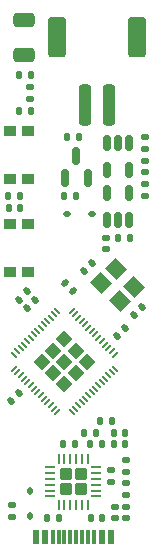
<source format=gbr>
%TF.GenerationSoftware,KiCad,Pcbnew,8.0.6*%
%TF.CreationDate,2024-11-16T14:28:32-06:00*%
%TF.ProjectId,ATesp32,41546573-7033-4322-9e6b-696361645f70,rev?*%
%TF.SameCoordinates,PX47868c0PY608f3d0*%
%TF.FileFunction,Paste,Top*%
%TF.FilePolarity,Positive*%
%FSLAX46Y46*%
G04 Gerber Fmt 4.6, Leading zero omitted, Abs format (unit mm)*
G04 Created by KiCad (PCBNEW 8.0.6) date 2024-11-16 14:28:32*
%MOMM*%
%LPD*%
G01*
G04 APERTURE LIST*
G04 Aperture macros list*
%AMRoundRect*
0 Rectangle with rounded corners*
0 $1 Rounding radius*
0 $2 $3 $4 $5 $6 $7 $8 $9 X,Y pos of 4 corners*
0 Add a 4 corners polygon primitive as box body*
4,1,4,$2,$3,$4,$5,$6,$7,$8,$9,$2,$3,0*
0 Add four circle primitives for the rounded corners*
1,1,$1+$1,$2,$3*
1,1,$1+$1,$4,$5*
1,1,$1+$1,$6,$7*
1,1,$1+$1,$8,$9*
0 Add four rect primitives between the rounded corners*
20,1,$1+$1,$2,$3,$4,$5,0*
20,1,$1+$1,$4,$5,$6,$7,0*
20,1,$1+$1,$6,$7,$8,$9,0*
20,1,$1+$1,$8,$9,$2,$3,0*%
%AMRotRect*
0 Rectangle, with rotation*
0 The origin of the aperture is its center*
0 $1 length*
0 $2 width*
0 $3 Rotation angle, in degrees counterclockwise*
0 Add horizontal line*
21,1,$1,$2,0,0,$3*%
G04 Aperture macros list end*
%ADD10RoundRect,0.135000X-0.135000X-0.185000X0.135000X-0.185000X0.135000X0.185000X-0.135000X0.185000X0*%
%ADD11RoundRect,0.140000X0.021213X-0.219203X0.219203X-0.021213X-0.021213X0.219203X-0.219203X0.021213X0*%
%ADD12RoundRect,0.140000X0.140000X0.170000X-0.140000X0.170000X-0.140000X-0.170000X0.140000X-0.170000X0*%
%ADD13RoundRect,0.140000X-0.021213X0.219203X-0.219203X0.021213X0.021213X-0.219203X0.219203X-0.021213X0*%
%ADD14RoundRect,0.150000X0.150000X-0.587500X0.150000X0.587500X-0.150000X0.587500X-0.150000X-0.587500X0*%
%ADD15R,1.000000X0.900000*%
%ADD16RoundRect,0.150000X0.150000X-0.512500X0.150000X0.512500X-0.150000X0.512500X-0.150000X-0.512500X0*%
%ADD17RoundRect,0.150000X-0.150000X0.512500X-0.150000X-0.512500X0.150000X-0.512500X0.150000X0.512500X0*%
%ADD18RoundRect,0.135000X0.135000X0.185000X-0.135000X0.185000X-0.135000X-0.185000X0.135000X-0.185000X0*%
%ADD19RoundRect,0.140000X0.219203X0.021213X0.021213X0.219203X-0.219203X-0.021213X-0.021213X-0.219203X0*%
%ADD20RoundRect,0.147500X-0.147500X-0.172500X0.147500X-0.172500X0.147500X0.172500X-0.147500X0.172500X0*%
%ADD21RoundRect,0.135000X-0.185000X0.135000X-0.185000X-0.135000X0.185000X-0.135000X0.185000X0.135000X0*%
%ADD22RoundRect,0.135000X0.185000X-0.135000X0.185000X0.135000X-0.185000X0.135000X-0.185000X-0.135000X0*%
%ADD23RoundRect,0.112500X-0.112500X0.187500X-0.112500X-0.187500X0.112500X-0.187500X0.112500X0.187500X0*%
%ADD24RoundRect,0.250000X0.275000X-0.275000X0.275000X0.275000X-0.275000X0.275000X-0.275000X-0.275000X0*%
%ADD25RoundRect,0.062500X0.062500X-0.350000X0.062500X0.350000X-0.062500X0.350000X-0.062500X-0.350000X0*%
%ADD26RoundRect,0.062500X0.350000X-0.062500X0.350000X0.062500X-0.350000X0.062500X-0.350000X-0.062500X0*%
%ADD27RoundRect,0.112500X0.187500X0.112500X-0.187500X0.112500X-0.187500X-0.112500X0.187500X-0.112500X0*%
%ADD28RoundRect,0.250000X0.250000X1.500000X-0.250000X1.500000X-0.250000X-1.500000X0.250000X-1.500000X0*%
%ADD29RoundRect,0.250001X0.499999X1.449999X-0.499999X1.449999X-0.499999X-1.449999X0.499999X-1.449999X0*%
%ADD30RoundRect,0.250000X0.650000X-0.350000X0.650000X0.350000X-0.650000X0.350000X-0.650000X-0.350000X0*%
%ADD31RoundRect,0.147500X0.172500X-0.147500X0.172500X0.147500X-0.172500X0.147500X-0.172500X-0.147500X0*%
%ADD32RoundRect,0.147500X-0.172500X0.147500X-0.172500X-0.147500X0.172500X-0.147500X0.172500X0.147500X0*%
%ADD33RoundRect,0.140000X-0.140000X-0.170000X0.140000X-0.170000X0.140000X0.170000X-0.140000X0.170000X0*%
%ADD34RoundRect,0.250000X-0.403051X0.000000X0.000000X-0.403051X0.403051X0.000000X0.000000X0.403051X0*%
%ADD35RoundRect,0.050000X-0.282843X0.212132X0.212132X-0.282843X0.282843X-0.212132X-0.212132X0.282843X0*%
%ADD36RoundRect,0.050000X-0.282843X-0.212132X-0.212132X-0.282843X0.282843X0.212132X0.212132X0.282843X0*%
%ADD37R,0.600000X1.240000*%
%ADD38R,0.300000X1.240000*%
%ADD39RoundRect,0.140000X-0.170000X0.140000X-0.170000X-0.140000X0.170000X-0.140000X0.170000X0.140000X0*%
%ADD40RotRect,1.400000X1.200000X135.000000*%
G04 APERTURE END LIST*
D10*
%TO.C,R14*%
X9890000Y15250000D03*
X10910000Y15250000D03*
%TD*%
D11*
%TO.C,C5*%
X12660589Y23410589D03*
X13339411Y24089411D03*
%TD*%
D10*
%TO.C,R4*%
X12740000Y31750000D03*
X13760000Y31750000D03*
%TD*%
D12*
%TO.C,C9*%
X5380000Y45550000D03*
X4420000Y45550000D03*
%TD*%
D13*
%TO.C,C1*%
X5739411Y26489411D03*
X5060589Y25810589D03*
%TD*%
%TO.C,C3*%
X5039411Y27189411D03*
X4360589Y26510589D03*
%TD*%
D14*
%TO.C,Q1*%
X8300000Y36812500D03*
X10200000Y36812500D03*
X9250000Y38687500D03*
%TD*%
D15*
%TO.C,SW1*%
X5200000Y40800000D03*
X5200000Y36700000D03*
X3600000Y40800000D03*
X3600000Y36700000D03*
%TD*%
D16*
%TO.C,U4*%
X11850000Y33225000D03*
X12800000Y33225000D03*
X13750000Y33225000D03*
X13750000Y35500000D03*
X11850000Y35500000D03*
%TD*%
D17*
%TO.C,U3*%
X13750000Y39750000D03*
X12800000Y39750000D03*
X11850000Y39750000D03*
X11850000Y37475000D03*
X13750000Y37475000D03*
%TD*%
D18*
%TO.C,R1*%
X4509999Y35250000D03*
X3490001Y35250000D03*
%TD*%
D19*
%TO.C,C7*%
X8939411Y27210589D03*
X8260589Y27889411D03*
%TD*%
D20*
%TO.C,D6*%
X12415000Y14250000D03*
X13385000Y14250000D03*
%TD*%
D15*
%TO.C,SW2*%
X5200000Y32900000D03*
X5200000Y28800000D03*
X3600000Y32900000D03*
X3600000Y28800000D03*
%TD*%
D21*
%TO.C,R12*%
X13500000Y12960000D03*
X13500000Y11940000D03*
%TD*%
D22*
%TO.C,R11*%
X13500000Y9940000D03*
X13500000Y10960000D03*
%TD*%
D23*
%TO.C,D1*%
X5350000Y10300000D03*
X5350000Y8200000D03*
%TD*%
D18*
%TO.C,R8*%
X12259999Y16250000D03*
X11240001Y16250000D03*
%TD*%
D24*
%TO.C,U5*%
X8350000Y10437500D03*
X9650000Y10437500D03*
X8350000Y11737500D03*
X9650000Y11737500D03*
D25*
X7750000Y9150000D03*
X8250000Y9150000D03*
X8750000Y9150000D03*
X9250000Y9150000D03*
X9750000Y9150000D03*
X10250000Y9150000D03*
D26*
X10937500Y9837500D03*
X10937500Y10337500D03*
X10937500Y10837500D03*
X10937500Y11337500D03*
X10937500Y11837500D03*
X10937500Y12337500D03*
D25*
X10250000Y13025000D03*
X9750000Y13025000D03*
X9250000Y13025000D03*
X8750000Y13025000D03*
X8250000Y13025000D03*
X7750000Y13025000D03*
D26*
X7062500Y12337500D03*
X7062500Y11837500D03*
X7062500Y11337500D03*
X7062500Y10837500D03*
X7062500Y10337500D03*
X7062500Y9837500D03*
%TD*%
D10*
%TO.C,R2*%
X8240000Y35250000D03*
X9260000Y35250000D03*
%TD*%
D27*
%TO.C,D4*%
X10550000Y33750000D03*
X8450000Y33750000D03*
%TD*%
D18*
%TO.C,R5*%
X7760000Y8000000D03*
X6740000Y8000000D03*
%TD*%
D21*
%TO.C,R3*%
X15100000Y36260000D03*
X15100000Y35240000D03*
%TD*%
D22*
%TO.C,R7*%
X3800000Y8090000D03*
X3800000Y9110000D03*
%TD*%
D20*
%TO.C,D5*%
X12415000Y15250000D03*
X13385000Y15250000D03*
%TD*%
D28*
%TO.C,J2*%
X12000000Y43000000D03*
X10000000Y43000000D03*
D29*
X14350000Y48750000D03*
X7650000Y48750000D03*
%TD*%
D30*
%TO.C,AE1*%
X4800000Y47250000D03*
X4800000Y50150000D03*
%TD*%
D31*
%TO.C,L2*%
X5350000Y43515000D03*
X5350000Y44485000D03*
%TD*%
D32*
%TO.C,D2*%
X15100000Y38235000D03*
X15100000Y37265000D03*
%TD*%
D33*
%TO.C,C10*%
X3520000Y34250000D03*
X4480000Y34250000D03*
%TD*%
D21*
%TO.C,R13*%
X12200000Y12060000D03*
X12200000Y11040000D03*
%TD*%
D33*
%TO.C,C17*%
X10500000Y8000000D03*
X11460000Y8000000D03*
%TD*%
D18*
%TO.C,R9*%
X9110000Y14250000D03*
X8090000Y14250000D03*
%TD*%
D21*
%TO.C,R6*%
X15100000Y40260000D03*
X15100000Y39240000D03*
%TD*%
D34*
%TO.C,U1*%
X8250000Y23130904D03*
X7309548Y22190452D03*
X6369096Y21250000D03*
X9190452Y22190452D03*
X8250000Y21250000D03*
X7309548Y20309548D03*
X10130904Y21250000D03*
X9190452Y20309548D03*
X8250000Y19369096D03*
D35*
X7648959Y25527996D03*
X7366117Y25245153D03*
X7083274Y24962311D03*
X6800431Y24679468D03*
X6517588Y24396625D03*
X6234746Y24113782D03*
X5951903Y23830940D03*
X5669060Y23548097D03*
X5386218Y23265254D03*
X5103375Y22982412D03*
X4820532Y22699569D03*
X4537689Y22416726D03*
X4254847Y22133883D03*
X3972004Y21851041D03*
D36*
X3972004Y20648959D03*
X4254847Y20366117D03*
X4537689Y20083274D03*
X4820532Y19800431D03*
X5103375Y19517588D03*
X5386218Y19234746D03*
X5669060Y18951903D03*
X5951903Y18669060D03*
X6234746Y18386218D03*
X6517588Y18103375D03*
X6800431Y17820532D03*
X7083274Y17537689D03*
X7366117Y17254847D03*
X7648959Y16972004D03*
D35*
X8851041Y16972004D03*
X9133883Y17254847D03*
X9416726Y17537689D03*
X9699569Y17820532D03*
X9982412Y18103375D03*
X10265254Y18386218D03*
X10548097Y18669060D03*
X10830940Y18951903D03*
X11113782Y19234746D03*
X11396625Y19517588D03*
X11679468Y19800431D03*
X11962311Y20083274D03*
X12245153Y20366117D03*
X12527996Y20648959D03*
D36*
X12527996Y21851041D03*
X12245153Y22133883D03*
X11962311Y22416726D03*
X11679468Y22699569D03*
X11396625Y22982412D03*
X11113782Y23265254D03*
X10830940Y23548097D03*
X10548097Y23830940D03*
X10265254Y24113782D03*
X9982412Y24396625D03*
X9699569Y24679468D03*
X9416726Y24962311D03*
X9133883Y25245153D03*
X8851041Y25527996D03*
%TD*%
D37*
%TO.C,J1*%
X5800000Y6370000D03*
X6600000Y6370000D03*
D38*
X7750000Y6370000D03*
X8750000Y6370000D03*
X9250000Y6370000D03*
X10250000Y6370000D03*
D37*
X11400000Y6370000D03*
X12200000Y6370000D03*
X12200000Y6370000D03*
X11400000Y6370000D03*
D38*
X10750000Y6370000D03*
X9750000Y6370000D03*
X8250000Y6370000D03*
X7250000Y6370000D03*
D37*
X6600000Y6370000D03*
X5800000Y6370000D03*
%TD*%
D13*
%TO.C,C12*%
X14839411Y25839411D03*
X14160589Y25160589D03*
%TD*%
D12*
%TO.C,C14*%
X9460000Y40250000D03*
X8500000Y40250000D03*
%TD*%
D39*
%TO.C,C4*%
X12500000Y8980000D03*
X12500000Y8020000D03*
%TD*%
D13*
%TO.C,C11*%
X10589411Y29589411D03*
X9910589Y28910589D03*
%TD*%
D39*
%TO.C,C13*%
X11750000Y31730000D03*
X11750000Y30770000D03*
%TD*%
D13*
%TO.C,C6*%
X4439411Y18589411D03*
X3760589Y17910589D03*
%TD*%
D12*
%TO.C,C8*%
X5380000Y42450000D03*
X4420000Y42450000D03*
%TD*%
D10*
%TO.C,R15*%
X10390000Y14250000D03*
X11410000Y14250000D03*
%TD*%
D39*
%TO.C,C15*%
X13500000Y8980000D03*
X13500000Y8020000D03*
%TD*%
D40*
%TO.C,Y1*%
X14128858Y27573223D03*
X12573223Y29128858D03*
X11371142Y27926777D03*
X12926777Y26371142D03*
%TD*%
M02*

</source>
